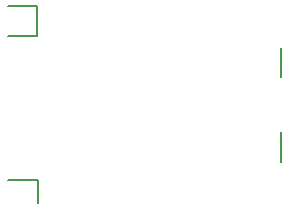
<source format=gbr>
G04*
G04 #@! TF.GenerationSoftware,Altium Limited,Altium Designer,24.6.1 (21)*
G04*
G04 Layer_Color=65535*
%FSLAX44Y44*%
%MOMM*%
G71*
G04*
G04 #@! TF.SameCoordinates,455CBF28-0157-4816-AAA5-8F8310DED926*
G04*
G04*
G04 #@! TF.FilePolarity,Positive*
G04*
G01*
G75*
%ADD11C,0.2000*%
D11*
X929640Y798830D02*
Y817880D01*
X904240D02*
X929640D01*
X904240Y965200D02*
X928370D01*
Y939800D02*
Y965200D01*
X904240Y939800D02*
X928370D01*
X1135380Y833120D02*
Y858520D01*
Y905510D02*
Y929640D01*
M02*

</source>
